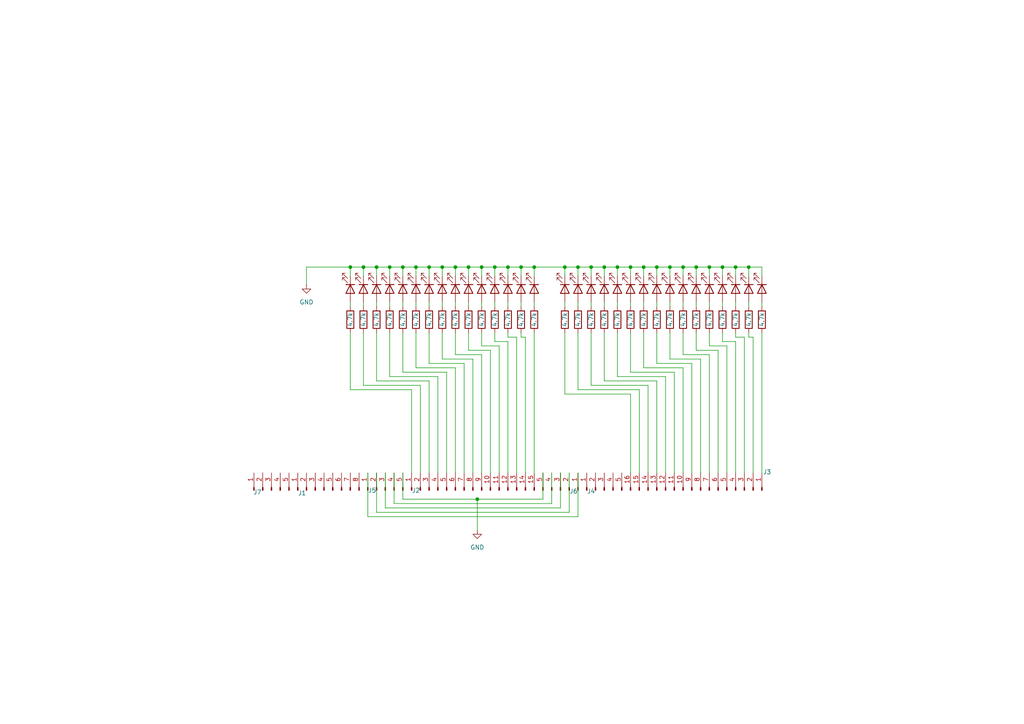
<source format=kicad_sch>
(kicad_sch (version 20250114) (generator "eeschema") (generator_version "9.0")
  (paper "A4")
  (lib_symbols
    (symbol "Connector:Conn_01x05_Pin" (pin_names (offset 1.016) (hide yes))
      (property "Reference" "J" (at 0 7.62 0))
      (property "Value" "Conn_01x05_Pin" (at 0 -7.62 0))
      (symbol "Conn_01x05_Pin_1_1"
        (rectangle (start 0.8636 5.207) (end 0 4.953) (stroke (width 0.1524)) (fill (type outline)))
        (rectangle (start 0.8636 2.667) (end 0 2.413) (stroke (width 0.1524)) (fill (type outline)))
        (rectangle (start 0.8636 0.127) (end 0 -0.127) (stroke (width 0.1524)) (fill (type outline)))
        (rectangle (start 0.8636 -2.413) (end 0 -2.667) (stroke (width 0.1524)) (fill (type outline)))
        (rectangle (start 0.8636 -4.953) (end 0 -5.207) (stroke (width 0.1524)) (fill (type outline)))
        (polyline (pts (xy 1.27 5.08) (xy 0.8636 5.08)) (stroke (width 0.1524)))
        (polyline (pts (xy 1.27 2.54) (xy 0.8636 2.54)) (stroke (width 0.1524)))
        (polyline (pts (xy 1.27 0) (xy 0.8636 0)) (stroke (width 0.1524)))
        (polyline (pts (xy 1.27 -2.54) (xy 0.8636 -2.54)) (stroke (width 0.1524)))
        (polyline (pts (xy 1.27 -5.08) (xy 0.8636 -5.08)) (stroke (width 0.1524)))
        (pin passive line (at 5.08 5.08 180) (length 3.81) (name "Pin_1") (number "1"))
        (pin passive line (at 5.08 2.54 180) (length 3.81) (name "Pin_2") (number "2"))
        (pin passive line (at 5.08 0 180) (length 3.81) (name "Pin_3") (number "3"))
        (pin passive line (at 5.08 -2.54 180) (length 3.81) (name "Pin_4") (number "4"))
        (pin passive line (at 5.08 -5.08 180) (length 3.81) (name "Pin_5") (number "5"))
      )
    )
    (symbol "Connector:Conn_01x08_Pin" (pin_names (offset 1.016) (hide yes))
      (property "Reference" "J" (at 0 10.16 0))
      (property "Value" "Conn_01x08_Pin" (at 0 -12.7 0))
      (symbol "Conn_01x08_Pin_1_1"
        (rectangle (start 0.8636 7.747) (end 0 7.493) (stroke (width 0.1524)) (fill (type outline)))
        (rectangle (start 0.8636 5.207) (end 0 4.953) (stroke (width 0.1524)) (fill (type outline)))
        (rectangle (start 0.8636 2.667) (end 0 2.413) (stroke (width 0.1524)) (fill (type outline)))
        (rectangle (start 0.8636 0.127) (end 0 -0.127) (stroke (width 0.1524)) (fill (type outline)))
        (rectangle (start 0.8636 -2.413) (end 0 -2.667) (stroke (width 0.1524)) (fill (type outline)))
        (rectangle (start 0.8636 -4.953) (end 0 -5.207) (stroke (width 0.1524)) (fill (type outline)))
        (rectangle (start 0.8636 -7.493) (end 0 -7.747) (stroke (width 0.1524)) (fill (type outline)))
        (rectangle (start 0.8636 -10.033) (end 0 -10.287) (stroke (width 0.1524)) (fill (type outline)))
        (polyline (pts (xy 1.27 7.62) (xy 0.8636 7.62)) (stroke (width 0.1524)))
        (polyline (pts (xy 1.27 5.08) (xy 0.8636 5.08)) (stroke (width 0.1524)))
        (polyline (pts (xy 1.27 2.54) (xy 0.8636 2.54)) (stroke (width 0.1524)))
        (polyline (pts (xy 1.27 0) (xy 0.8636 0)) (stroke (width 0.1524)))
        (polyline (pts (xy 1.27 -2.54) (xy 0.8636 -2.54)) (stroke (width 0.1524)))
        (polyline (pts (xy 1.27 -5.08) (xy 0.8636 -5.08)) (stroke (width 0.1524)))
        (polyline (pts (xy 1.27 -7.62) (xy 0.8636 -7.62)) (stroke (width 0.1524)))
        (polyline (pts (xy 1.27 -10.16) (xy 0.8636 -10.16)) (stroke (width 0.1524)))
        (pin passive line (at 5.08 7.62 180) (length 3.81) (name "Pin_1") (number "1"))
        (pin passive line (at 5.08 5.08 180) (length 3.81) (name "Pin_2") (number "2"))
        (pin passive line (at 5.08 2.54 180) (length 3.81) (name "Pin_3") (number "3"))
        (pin passive line (at 5.08 0 180) (length 3.81) (name "Pin_4") (number "4"))
        (pin passive line (at 5.08 -2.54 180) (length 3.81) (name "Pin_5") (number "5"))
        (pin passive line (at 5.08 -5.08 180) (length 3.81) (name "Pin_6") (number "6"))
        (pin passive line (at 5.08 -7.62 180) (length 3.81) (name "Pin_7") (number "7"))
        (pin passive line (at 5.08 -10.16 180) (length 3.81) (name "Pin_8") (number "8"))
      )
    )
    (symbol "Connector:Conn_01x15_Pin" (pin_names (offset 1.016) (hide yes))
      (property "Reference" "J" (at 0 20.32 0))
      (property "Value" "Conn_01x15_Pin" (at 0 -20.32 0))
      (symbol "Conn_01x15_Pin_1_1"
        (rectangle (start 0.8636 17.907) (end 0 17.653) (stroke (width 0.1524)) (fill (type outline)))
        (rectangle (start 0.8636 15.367) (end 0 15.113) (stroke (width 0.1524)) (fill (type outline)))
        (rectangle (start 0.8636 12.827) (end 0 12.573) (stroke (width 0.1524)) (fill (type outline)))
        (rectangle (start 0.8636 10.287) (end 0 10.033) (stroke (width 0.1524)) (fill (type outline)))
        (rectangle (start 0.8636 7.747) (end 0 7.493) (stroke (width 0.1524)) (fill (type outline)))
        (rectangle (start 0.8636 5.207) (end 0 4.953) (stroke (width 0.1524)) (fill (type outline)))
        (rectangle (start 0.8636 2.667) (end 0 2.413) (stroke (width 0.1524)) (fill (type outline)))
        (rectangle (start 0.8636 0.127) (end 0 -0.127) (stroke (width 0.1524)) (fill (type outline)))
        (rectangle (start 0.8636 -2.413) (end 0 -2.667) (stroke (width 0.1524)) (fill (type outline)))
        (rectangle (start 0.8636 -4.953) (end 0 -5.207) (stroke (width 0.1524)) (fill (type outline)))
        (rectangle (start 0.8636 -7.493) (end 0 -7.747) (stroke (width 0.1524)) (fill (type outline)))
        (rectangle (start 0.8636 -10.033) (end 0 -10.287) (stroke (width 0.1524)) (fill (type outline)))
        (rectangle (start 0.8636 -12.573) (end 0 -12.827) (stroke (width 0.1524)) (fill (type outline)))
        (rectangle (start 0.8636 -15.113) (end 0 -15.367) (stroke (width 0.1524)) (fill (type outline)))
        (rectangle (start 0.8636 -17.653) (end 0 -17.907) (stroke (width 0.1524)) (fill (type outline)))
        (polyline (pts (xy 1.27 17.78) (xy 0.8636 17.78)) (stroke (width 0.1524)))
        (polyline (pts (xy 1.27 15.24) (xy 0.8636 15.24)) (stroke (width 0.1524)))
        (polyline (pts (xy 1.27 12.7) (xy 0.8636 12.7)) (stroke (width 0.1524)))
        (polyline (pts (xy 1.27 10.16) (xy 0.8636 10.16)) (stroke (width 0.1524)))
        (polyline (pts (xy 1.27 7.62) (xy 0.8636 7.62)) (stroke (width 0.1524)))
        (polyline (pts (xy 1.27 5.08) (xy 0.8636 5.08)) (stroke (width 0.1524)))
        (polyline (pts (xy 1.27 2.54) (xy 0.8636 2.54)) (stroke (width 0.1524)))
        (polyline (pts (xy 1.27 0) (xy 0.8636 0)) (stroke (width 0.1524)))
        (polyline (pts (xy 1.27 -2.54) (xy 0.8636 -2.54)) (stroke (width 0.1524)))
        (polyline (pts (xy 1.27 -5.08) (xy 0.8636 -5.08)) (stroke (width 0.1524)))
        (polyline (pts (xy 1.27 -7.62) (xy 0.8636 -7.62)) (stroke (width 0.1524)))
        (polyline (pts (xy 1.27 -10.16) (xy 0.8636 -10.16)) (stroke (width 0.1524)))
        (polyline (pts (xy 1.27 -12.7) (xy 0.8636 -12.7)) (stroke (width 0.1524)))
        (polyline (pts (xy 1.27 -15.24) (xy 0.8636 -15.24)) (stroke (width 0.1524)))
        (polyline (pts (xy 1.27 -17.78) (xy 0.8636 -17.78)) (stroke (width 0.1524)))
        (pin passive line (at 5.08 17.78 180) (length 3.81) (name "Pin_1") (number "1"))
        (pin passive line (at 5.08 15.24 180) (length 3.81) (name "Pin_2") (number "2"))
        (pin passive line (at 5.08 12.7 180) (length 3.81) (name "Pin_3") (number "3"))
        (pin passive line (at 5.08 10.16 180) (length 3.81) (name "Pin_4") (number "4"))
        (pin passive line (at 5.08 7.62 180) (length 3.81) (name "Pin_5") (number "5"))
        (pin passive line (at 5.08 5.08 180) (length 3.81) (name "Pin_6") (number "6"))
        (pin passive line (at 5.08 2.54 180) (length 3.81) (name "Pin_7") (number "7"))
        (pin passive line (at 5.08 0 180) (length 3.81) (name "Pin_8") (number "8"))
        (pin passive line (at 5.08 -2.54 180) (length 3.81) (name "Pin_9") (number "9"))
        (pin passive line (at 5.08 -5.08 180) (length 3.81) (name "Pin_10") (number "10"))
        (pin passive line (at 5.08 -7.62 180) (length 3.81) (name "Pin_11") (number "11"))
        (pin passive line (at 5.08 -10.16 180) (length 3.81) (name "Pin_12") (number "12"))
        (pin passive line (at 5.08 -12.7 180) (length 3.81) (name "Pin_13") (number "13"))
        (pin passive line (at 5.08 -15.24 180) (length 3.81) (name "Pin_14") (number "14"))
        (pin passive line (at 5.08 -17.78 180) (length 3.81) (name "Pin_15") (number "15"))
      )
    )
    (symbol "Connector:Conn_01x16_Pin" (pin_names (offset 1.016) (hide yes))
      (property "Reference" "J" (at 0 20.32 0))
      (property "Value" "Conn_01x16_Pin" (at 0 -22.86 0))
      (symbol "Conn_01x16_Pin_1_1"
        (rectangle (start 0.8636 17.907) (end 0 17.653) (stroke (width 0.1524)) (fill (type outline)))
        (rectangle (start 0.8636 15.367) (end 0 15.113) (stroke (width 0.1524)) (fill (type outline)))
        (rectangle (start 0.8636 12.827) (end 0 12.573) (stroke (width 0.1524)) (fill (type outline)))
        (rectangle (start 0.8636 10.287) (end 0 10.033) (stroke (width 0.1524)) (fill (type outline)))
        (rectangle (start 0.8636 7.747) (end 0 7.493) (stroke (width 0.1524)) (fill (type outline)))
        (rectangle (start 0.8636 5.207) (end 0 4.953) (stroke (width 0.1524)) (fill (type outline)))
        (rectangle (start 0.8636 2.667) (end 0 2.413) (stroke (width 0.1524)) (fill (type outline)))
        (rectangle (start 0.8636 0.127) (end 0 -0.127) (stroke (width 0.1524)) (fill (type outline)))
        (rectangle (start 0.8636 -2.413) (end 0 -2.667) (stroke (width 0.1524)) (fill (type outline)))
        (rectangle (start 0.8636 -4.953) (end 0 -5.207) (stroke (width 0.1524)) (fill (type outline)))
        (rectangle (start 0.8636 -7.493) (end 0 -7.747) (stroke (width 0.1524)) (fill (type outline)))
        (rectangle (start 0.8636 -10.033) (end 0 -10.287) (stroke (width 0.1524)) (fill (type outline)))
        (rectangle (start 0.8636 -12.573) (end 0 -12.827) (stroke (width 0.1524)) (fill (type outline)))
        (rectangle (start 0.8636 -15.113) (end 0 -15.367) (stroke (width 0.1524)) (fill (type outline)))
        (rectangle (start 0.8636 -17.653) (end 0 -17.907) (stroke (width 0.1524)) (fill (type outline)))
        (rectangle (start 0.8636 -20.193) (end 0 -20.447) (stroke (width 0.1524)) (fill (type outline)))
        (polyline (pts (xy 1.27 17.78) (xy 0.8636 17.78)) (stroke (width 0.1524)))
        (polyline (pts (xy 1.27 15.24) (xy 0.8636 15.24)) (stroke (width 0.1524)))
        (polyline (pts (xy 1.27 12.7) (xy 0.8636 12.7)) (stroke (width 0.1524)))
        (polyline (pts (xy 1.27 10.16) (xy 0.8636 10.16)) (stroke (width 0.1524)))
        (polyline (pts (xy 1.27 7.62) (xy 0.8636 7.62)) (stroke (width 0.1524)))
        (polyline (pts (xy 1.27 5.08) (xy 0.8636 5.08)) (stroke (width 0.1524)))
        (polyline (pts (xy 1.27 2.54) (xy 0.8636 2.54)) (stroke (width 0.1524)))
        (polyline (pts (xy 1.27 0) (xy 0.8636 0)) (stroke (width 0.1524)))
        (polyline (pts (xy 1.27 -2.54) (xy 0.8636 -2.54)) (stroke (width 0.1524)))
        (polyline (pts (xy 1.27 -5.08) (xy 0.8636 -5.08)) (stroke (width 0.1524)))
        (polyline (pts (xy 1.27 -7.62) (xy 0.8636 -7.62)) (stroke (width 0.1524)))
        (polyline (pts (xy 1.27 -10.16) (xy 0.8636 -10.16)) (stroke (width 0.1524)))
        (polyline (pts (xy 1.27 -12.7) (xy 0.8636 -12.7)) (stroke (width 0.1524)))
        (polyline (pts (xy 1.27 -15.24) (xy 0.8636 -15.24)) (stroke (width 0.1524)))
        (polyline (pts (xy 1.27 -17.78) (xy 0.8636 -17.78)) (stroke (width 0.1524)))
        (polyline (pts (xy 1.27 -20.32) (xy 0.8636 -20.32)) (stroke (width 0.1524)))
        (pin passive line (at 5.08 17.78 180) (length 3.81) (name "Pin_1") (number "1"))
        (pin passive line (at 5.08 15.24 180) (length 3.81) (name "Pin_2") (number "2"))
        (pin passive line (at 5.08 12.7 180) (length 3.81) (name "Pin_3") (number "3"))
        (pin passive line (at 5.08 10.16 180) (length 3.81) (name "Pin_4") (number "4"))
        (pin passive line (at 5.08 7.62 180) (length 3.81) (name "Pin_5") (number "5"))
        (pin passive line (at 5.08 5.08 180) (length 3.81) (name "Pin_6") (number "6"))
        (pin passive line (at 5.08 2.54 180) (length 3.81) (name "Pin_7") (number "7"))
        (pin passive line (at 5.08 0 180) (length 3.81) (name "Pin_8") (number "8"))
        (pin passive line (at 5.08 -2.54 180) (length 3.81) (name "Pin_9") (number "9"))
        (pin passive line (at 5.08 -5.08 180) (length 3.81) (name "Pin_10") (number "10"))
        (pin passive line (at 5.08 -7.62 180) (length 3.81) (name "Pin_11") (number "11"))
        (pin passive line (at 5.08 -10.16 180) (length 3.81) (name "Pin_12") (number "12"))
        (pin passive line (at 5.08 -12.7 180) (length 3.81) (name "Pin_13") (number "13"))
        (pin passive line (at 5.08 -15.24 180) (length 3.81) (name "Pin_14") (number "14"))
        (pin passive line (at 5.08 -17.78 180) (length 3.81) (name "Pin_15") (number "15"))
        (pin passive line (at 5.08 -20.32 180) (length 3.81) (name "Pin_16") (number "16"))
      )
    )
    (symbol "Device:LED" (pin_numbers (hide yes)) (pin_names (offset 1.016) (hide yes))
      (property "Reference" "D" (at 0 2.54 0))
      (property "Value" "LED" (at 0 -2.54 0))
      (symbol "LED_0_1"
        (polyline (pts (xy -3.048 -0.762) (xy -4.572 -2.286) (xy -3.81 -2.286) (xy -4.572 -2.286) (xy -4.572 -1.524)))
        (polyline (pts (xy -1.778 -0.762) (xy -3.302 -2.286) (xy -2.54 -2.286) (xy -3.302 -2.286) (xy -3.302 -1.524)))
        (polyline (pts (xy -1.27 0) (xy 1.27 0)))
        (polyline (pts (xy -1.27 -1.27) (xy -1.27 1.27)) (stroke (width 0.254)))
        (polyline (pts (xy 1.27 -1.27) (xy 1.27 1.27) (xy -1.27 0) (xy 1.27 -1.27)) (stroke (width 0.254)))
      )
      (symbol "LED_1_1"
        (pin passive line (at -3.81 0 0) (length 2.54) (name "K") (number "1"))
        (pin passive line (at 3.81 0 180) (length 2.54) (name "A") (number "2"))
      )
    )
    (symbol "Device:R" (pin_numbers (hide yes)) (pin_names (offset 0))
      (property "Reference" "R" (at 2.032 0 90))
      (property "Value" "R" (at 0 0 90))
      (symbol "R_0_1"
        (rectangle (start -1.016 -2.54) (end 1.016 2.54) (stroke (width 0.254)))
      )
      (symbol "R_1_1"
        (pin passive line (at 0 3.81 270) (length 1.27) (name "~") (number "1"))
        (pin passive line (at 0 -3.81 90) (length 1.27) (name "~") (number "2"))
      )
    )
    (symbol "power:GND" (power) (pin_numbers (hide yes)) (pin_names (offset 0) (hide yes))
      (property "Value" "GND" (at 0 -3.81 0))
      (symbol "GND_0_1"
        (polyline (pts (xy 0 0) (xy 0 -1.27) (xy 1.27 -1.27) (xy 0 -2.54) (xy -1.27 -1.27) (xy 0 -1.27)))
      )
      (symbol "GND_1_1"
        (pin power_in line (at 0 0 270) (length 0) (name "~") (number "1"))
      )
    )
  )
  (junction (at 109.22 77.47))
  (junction (at 198.12 77.47))
  (junction (at 138.43 144.78))
  (junction (at 217.17 77.47))
  (junction (at 171.45 77.47))
  (junction (at 154.94 77.47))
  (junction (at 167.64 77.47))
  (junction (at 175.26 77.47))
  (junction (at 128.27 77.47))
  (junction (at 147.32 77.47))
  (junction (at 213.36 77.47))
  (junction (at 163.83 77.47))
  (junction (at 135.89 77.47))
  (junction (at 179.07 77.47))
  (junction (at 101.6 77.47))
  (junction (at 143.51 77.47))
  (junction (at 116.84 77.47))
  (junction (at 132.08 77.47))
  (junction (at 151.13 77.47))
  (junction (at 194.31 77.47))
  (junction (at 209.55 77.47))
  (junction (at 105.41 77.47))
  (junction (at 113.03 77.47))
  (junction (at 124.46 77.47))
  (junction (at 205.74 77.47))
  (junction (at 182.88 77.47))
  (junction (at 190.5 77.47))
  (junction (at 186.69 77.47))
  (junction (at 201.93 77.47))
  (junction (at 139.7 77.47))
  (junction (at 120.65 77.47))
  (wire (pts (xy 205.74 137.16) (xy 205.74 102.87)))
  (wire (pts (xy 135.89 77.47) (xy 132.08 77.47)))
  (wire (pts (xy 109.22 137.16) (xy 109.22 148.59)))
  (wire (pts (xy 213.36 77.47) (xy 213.36 80.01)))
  (wire (pts (xy 144.78 100.33) (xy 139.7 100.33)))
  (wire (pts (xy 109.22 148.59) (xy 165.1 148.59)))
  (wire (pts (xy 101.6 77.47) (xy 101.6 80.01)))
  (wire (pts (xy 167.64 77.47) (xy 163.83 77.47)))
  (wire (pts (xy 217.17 77.47) (xy 213.36 77.47)))
  (wire (pts (xy 105.41 96.52) (xy 105.41 111.76)))
  (wire (pts (xy 151.13 97.79) (xy 151.13 96.52)))
  (wire (pts (xy 142.24 101.6) (xy 142.24 137.16)))
  (wire (pts (xy 198.12 102.87) (xy 198.12 96.52)))
  (wire (pts (xy 193.04 137.16) (xy 193.04 109.22)))
  (wire (pts (xy 143.51 77.47) (xy 143.51 80.01)))
  (wire (pts (xy 135.89 101.6) (xy 142.24 101.6)))
  (wire (pts (xy 134.62 105.41) (xy 124.46 105.41)))
  (wire (pts (xy 124.46 87.63) (xy 124.46 88.9)))
  (wire (pts (xy 213.36 97.79) (xy 213.36 96.52)))
  (wire (pts (xy 120.65 106.68) (xy 132.08 106.68)))
  (wire (pts (xy 119.38 137.16) (xy 119.38 113.03)))
  (wire (pts (xy 201.93 87.63) (xy 201.93 88.9)))
  (wire (pts (xy 88.9 77.47) (xy 101.6 77.47)))
  (wire (pts (xy 163.83 87.63) (xy 163.83 88.9)))
  (wire (pts (xy 101.6 87.63) (xy 101.6 88.9)))
  (wire (pts (xy 175.26 77.47) (xy 175.26 80.01)))
  (wire (pts (xy 120.65 77.47) (xy 120.65 80.01)))
  (wire (pts (xy 147.32 77.47) (xy 143.51 77.47)))
  (wire (pts (xy 147.32 87.63) (xy 147.32 88.9)))
  (wire (pts (xy 135.89 77.47) (xy 135.89 80.01)))
  (wire (pts (xy 171.45 77.47) (xy 167.64 77.47)))
  (wire (pts (xy 179.07 87.63) (xy 179.07 88.9)))
  (wire (pts (xy 175.26 87.63) (xy 175.26 88.9)))
  (wire (pts (xy 147.32 77.47) (xy 147.32 80.01)))
  (wire (pts (xy 209.55 99.06) (xy 213.36 99.06)))
  (wire (pts (xy 139.7 87.63) (xy 139.7 88.9)))
  (wire (pts (xy 182.88 107.95) (xy 195.58 107.95)))
  (wire (pts (xy 198.12 77.47) (xy 198.12 80.01)))
  (wire (pts (xy 198.12 106.68) (xy 198.12 137.16)))
  (wire (pts (xy 190.5 87.63) (xy 190.5 88.9)))
  (wire (pts (xy 194.31 96.52) (xy 194.31 104.14)))
  (wire (pts (xy 217.17 97.79) (xy 218.44 97.79)))
  (wire (pts (xy 208.28 101.6) (xy 208.28 137.16)))
  (wire (pts (xy 167.64 87.63) (xy 167.64 88.9)))
  (wire (pts (xy 132.08 87.63) (xy 132.08 88.9)))
  (wire (pts (xy 194.31 77.47) (xy 194.31 80.01)))
  (wire (pts (xy 213.36 87.63) (xy 213.36 88.9)))
  (wire (pts (xy 215.9 137.16) (xy 215.9 97.79)))
  (wire (pts (xy 198.12 87.63) (xy 198.12 88.9)))
  (wire (pts (xy 113.03 87.63) (xy 113.03 88.9)))
  (wire (pts (xy 147.32 137.16) (xy 147.32 99.06)))
  (wire (pts (xy 132.08 77.47) (xy 128.27 77.47)))
  (wire (pts (xy 149.86 97.79) (xy 149.86 137.16)))
  (wire (pts (xy 111.76 137.16) (xy 111.76 147.32)))
  (wire (pts (xy 124.46 77.47) (xy 120.65 77.47)))
  (wire (pts (xy 209.55 77.47) (xy 209.55 80.01)))
  (wire (pts (xy 163.83 77.47) (xy 163.83 80.01)))
  (wire (pts (xy 116.84 77.47) (xy 113.03 77.47)))
  (wire (pts (xy 167.64 113.03) (xy 185.42 113.03)))
  (wire (pts (xy 121.92 111.76) (xy 121.92 137.16)))
  (wire (pts (xy 205.74 102.87) (xy 198.12 102.87)))
  (wire (pts (xy 213.36 77.47) (xy 209.55 77.47)))
  (wire (pts (xy 151.13 87.63) (xy 151.13 88.9)))
  (wire (pts (xy 124.46 137.16) (xy 124.46 110.49)))
  (wire (pts (xy 113.03 109.22) (xy 127 109.22)))
  (wire (pts (xy 160.02 137.16) (xy 160.02 146.05)))
  (wire (pts (xy 138.43 144.78) (xy 157.48 144.78)))
  (wire (pts (xy 154.94 77.47) (xy 151.13 77.47)))
  (wire (pts (xy 209.55 77.47) (xy 205.74 77.47)))
  (wire (pts (xy 217.17 87.63) (xy 217.17 88.9)))
  (wire (pts (xy 190.5 110.49) (xy 190.5 137.16)))
  (wire (pts (xy 218.44 97.79) (xy 218.44 137.16)))
  (wire (pts (xy 186.69 77.47) (xy 182.88 77.47)))
  (wire (pts (xy 116.84 77.47) (xy 116.84 80.01)))
  (wire (pts (xy 205.74 77.47) (xy 201.93 77.47)))
  (wire (pts (xy 139.7 137.16) (xy 139.7 102.87)))
  (wire (pts (xy 151.13 77.47) (xy 151.13 80.01)))
  (wire (pts (xy 195.58 107.95) (xy 195.58 137.16)))
  (wire (pts (xy 120.65 77.47) (xy 116.84 77.47)))
  (wire (pts (xy 120.65 87.63) (xy 120.65 88.9)))
  (wire (pts (xy 113.03 77.47) (xy 113.03 80.01)))
  (wire (pts (xy 135.89 96.52) (xy 135.89 101.6)))
  (wire (pts (xy 147.32 96.52) (xy 147.32 97.79)))
  (wire (pts (xy 193.04 109.22) (xy 179.07 109.22)))
  (wire (pts (xy 143.51 99.06) (xy 143.51 96.52)))
  (wire (pts (xy 182.88 137.16) (xy 182.88 114.3)))
  (wire (pts (xy 137.16 104.14) (xy 137.16 137.16)))
  (wire (pts (xy 220.98 80.01) (xy 220.98 77.47)))
  (wire (pts (xy 152.4 97.79) (xy 151.13 97.79)))
  (wire (pts (xy 220.98 137.16) (xy 220.98 96.52)))
  (wire (pts (xy 143.51 87.63) (xy 143.51 88.9)))
  (wire (pts (xy 217.17 96.52) (xy 217.17 97.79)))
  (wire (pts (xy 182.88 87.63) (xy 182.88 88.9)))
  (wire (pts (xy 109.22 87.63) (xy 109.22 88.9)))
  (wire (pts (xy 165.1 148.59) (xy 165.1 137.16)))
  (wire (pts (xy 139.7 102.87) (xy 132.08 102.87)))
  (wire (pts (xy 179.07 77.47) (xy 175.26 77.47)))
  (wire (pts (xy 209.55 87.63) (xy 209.55 88.9)))
  (wire (pts (xy 205.74 100.33) (xy 205.74 96.52)))
  (wire (pts (xy 151.13 77.47) (xy 147.32 77.47)))
  (wire (pts (xy 210.82 100.33) (xy 205.74 100.33)))
  (wire (pts (xy 101.6 113.03) (xy 101.6 96.52)))
  (wire (pts (xy 119.38 113.03) (xy 101.6 113.03)))
  (wire (pts (xy 190.5 77.47) (xy 190.5 80.01)))
  (wire (pts (xy 200.66 105.41) (xy 190.5 105.41)))
  (wire (pts (xy 182.88 77.47) (xy 179.07 77.47)))
  (wire (pts (xy 127 109.22) (xy 127 137.16)))
  (wire (pts (xy 116.84 87.63) (xy 116.84 88.9)))
  (wire (pts (xy 128.27 96.52) (xy 128.27 104.14)))
  (wire (pts (xy 186.69 77.47) (xy 186.69 80.01)))
  (wire (pts (xy 182.88 77.47) (xy 182.88 80.01)))
  (wire (pts (xy 116.84 137.16) (xy 116.84 144.78)))
  (wire (pts (xy 217.17 77.47) (xy 217.17 80.01)))
  (wire (pts (xy 132.08 102.87) (xy 132.08 96.52)))
  (wire (pts (xy 160.02 146.05) (xy 114.3 146.05)))
  (wire (pts (xy 171.45 87.63) (xy 171.45 88.9)))
  (wire (pts (xy 134.62 137.16) (xy 134.62 105.41)))
  (wire (pts (xy 116.84 107.95) (xy 116.84 96.52)))
  (wire (pts (xy 114.3 146.05) (xy 114.3 137.16)))
  (wire (pts (xy 124.46 77.47) (xy 124.46 80.01)))
  (wire (pts (xy 163.83 114.3) (xy 163.83 96.52)))
  (wire (pts (xy 154.94 77.47) (xy 163.83 77.47)))
  (wire (pts (xy 113.03 77.47) (xy 109.22 77.47)))
  (wire (pts (xy 171.45 77.47) (xy 171.45 80.01)))
  (wire (pts (xy 124.46 105.41) (xy 124.46 96.52)))
  (wire (pts (xy 185.42 113.03) (xy 185.42 137.16)))
  (wire (pts (xy 179.07 77.47) (xy 179.07 80.01)))
  (wire (pts (xy 147.32 97.79) (xy 149.86 97.79)))
  (wire (pts (xy 128.27 77.47) (xy 128.27 80.01)))
  (wire (pts (xy 143.51 77.47) (xy 139.7 77.47)))
  (wire (pts (xy 167.64 96.52) (xy 167.64 113.03)))
  (wire (pts (xy 105.41 87.63) (xy 105.41 88.9)))
  (wire (pts (xy 129.54 137.16) (xy 129.54 107.95)))
  (wire (pts (xy 186.69 106.68) (xy 198.12 106.68)))
  (wire (pts (xy 175.26 77.47) (xy 171.45 77.47)))
  (wire (pts (xy 111.76 147.32) (xy 162.56 147.32)))
  (wire (pts (xy 88.9 82.55) (xy 88.9 77.47)))
  (wire (pts (xy 109.22 77.47) (xy 109.22 80.01)))
  (wire (pts (xy 154.94 87.63) (xy 154.94 88.9)))
  (wire (pts (xy 210.82 137.16) (xy 210.82 100.33)))
  (wire (pts (xy 144.78 137.16) (xy 144.78 100.33)))
  (wire (pts (xy 220.98 87.63) (xy 220.98 88.9)))
  (wire (pts (xy 209.55 96.52) (xy 209.55 99.06)))
  (wire (pts (xy 171.45 111.76) (xy 171.45 96.52)))
  (wire (pts (xy 190.5 105.41) (xy 190.5 96.52)))
  (wire (pts (xy 215.9 97.79) (xy 213.36 97.79)))
  (wire (pts (xy 198.12 77.47) (xy 194.31 77.47)))
  (wire (pts (xy 201.93 77.47) (xy 198.12 77.47)))
  (wire (pts (xy 187.96 137.16) (xy 187.96 111.76)))
  (wire (pts (xy 106.68 137.16) (xy 106.68 149.86)))
  (wire (pts (xy 201.93 77.47) (xy 201.93 80.01)))
  (wire (pts (xy 186.69 96.52) (xy 186.69 106.68)))
  (wire (pts (xy 152.4 137.16) (xy 152.4 97.79)))
  (wire (pts (xy 105.41 77.47) (xy 105.41 80.01)))
  (wire (pts (xy 201.93 101.6) (xy 208.28 101.6)))
  (wire (pts (xy 128.27 104.14) (xy 137.16 104.14)))
  (wire (pts (xy 167.64 149.86) (xy 167.64 137.16)))
  (wire (pts (xy 194.31 87.63) (xy 194.31 88.9)))
  (wire (pts (xy 205.74 77.47) (xy 205.74 80.01)))
  (wire (pts (xy 105.41 111.76) (xy 121.92 111.76)))
  (wire (pts (xy 220.98 77.47) (xy 217.17 77.47)))
  (wire (pts (xy 154.94 137.16) (xy 154.94 96.52)))
  (wire (pts (xy 182.88 114.3) (xy 163.83 114.3)))
  (wire (pts (xy 120.65 96.52) (xy 120.65 106.68)))
  (wire (pts (xy 128.27 77.47) (xy 124.46 77.47)))
  (wire (pts (xy 113.03 96.52) (xy 113.03 109.22)))
  (wire (pts (xy 139.7 100.33) (xy 139.7 96.52)))
  (wire (pts (xy 194.31 104.14) (xy 203.2 104.14)))
  (wire (pts (xy 116.84 144.78) (xy 138.43 144.78)))
  (wire (pts (xy 147.32 99.06) (xy 143.51 99.06)))
  (wire (pts (xy 105.41 77.47) (xy 101.6 77.47)))
  (wire (pts (xy 132.08 77.47) (xy 132.08 80.01)))
  (wire (pts (xy 182.88 96.52) (xy 182.88 107.95)))
  (wire (pts (xy 187.96 111.76) (xy 171.45 111.76)))
  (wire (pts (xy 162.56 147.32) (xy 162.56 137.16)))
  (wire (pts (xy 157.48 144.78) (xy 157.48 137.16)))
  (wire (pts (xy 132.08 106.68) (xy 132.08 137.16)))
  (wire (pts (xy 109.22 110.49) (xy 109.22 96.52)))
  (wire (pts (xy 175.26 110.49) (xy 190.5 110.49)))
  (wire (pts (xy 175.26 96.52) (xy 175.26 110.49)))
  (wire (pts (xy 154.94 77.47) (xy 154.94 80.01)))
  (wire (pts (xy 203.2 104.14) (xy 203.2 137.16)))
  (wire (pts (xy 109.22 77.47) (xy 105.41 77.47)))
  (wire (pts (xy 128.27 87.63) (xy 128.27 88.9)))
  (wire (pts (xy 190.5 77.47) (xy 186.69 77.47)))
  (wire (pts (xy 135.89 87.63) (xy 135.89 88.9)))
  (wire (pts (xy 179.07 109.22) (xy 179.07 96.52)))
  (wire (pts (xy 186.69 87.63) (xy 186.69 88.9)))
  (wire (pts (xy 124.46 110.49) (xy 109.22 110.49)))
  (wire (pts (xy 200.66 137.16) (xy 200.66 105.41)))
  (wire (pts (xy 201.93 96.52) (xy 201.93 101.6)))
  (wire (pts (xy 139.7 77.47) (xy 135.89 77.47)))
  (wire (pts (xy 194.31 77.47) (xy 190.5 77.47)))
  (wire (pts (xy 139.7 77.47) (xy 139.7 80.01)))
  (wire (pts (xy 167.64 77.47) (xy 167.64 80.01)))
  (wire (pts (xy 205.74 87.63) (xy 205.74 88.9)))
  (wire (pts (xy 138.43 144.78) (xy 138.43 153.67)))
  (wire (pts (xy 129.54 107.95) (xy 116.84 107.95)))
  (wire (pts (xy 106.68 149.86) (xy 167.64 149.86)))
  (wire (pts (xy 213.36 99.06) (xy 213.36 137.16)))
  (symbol (lib_id "Device:R") (at 154.94 92.71 180) (unit 1)
    (property "Reference" "R26" (effects (hide yes)))
    (property "Value" "4.7k" (at 154.94 92.71 90))
    (property "Footprint" "Resistor_THT:R_Axial_DIN0207_L6.3mm_D2.5mm_P10.16mm_Horizontal" (effects (hide yes)))
    (property "Description" "Resistor" (effects (hide yes)))
  )
  (symbol (lib_id "Connector:Conn_01x15_Pin") (at 137.16 142.24 90) (unit 1)
    (property "Reference" "J2" (at 120.65 142.24 90))
    (property "Value" "Conn_01x15_Pin" (effects (hide yes)))
    (property "Footprint" "Connector_PinHeader_2.54mm:PinHeader_1x15_P2.54mm_Vertical" (effects (hide yes)))
    (property "Description" "Generic connector, single row, 01x15, script generated" (effects (hide yes)))
  )
  (symbol (lib_id "Device:LED") (at 171.45 83.82 270) (unit 1)
    (property "Reference" "D11" (effects (hide yes)))
    (property "Value" "LED" (effects (hide yes)))
    (property "Footprint" "LED_THT:LED_D5.0mm" (effects (hide yes)))
    (property "Description" "Light emitting diode" (effects (hide yes)))
    (property "Sim.Pins" "1=K 2=A" (effects (hide yes)))
  )
  (symbol (lib_id "Device:R") (at 179.07 92.71 180) (unit 1)
    (property "Reference" "R21" (effects (hide yes)))
    (property "Value" "4.7k" (at 179.07 92.71 90))
    (property "Footprint" "Resistor_THT:R_Axial_DIN0207_L6.3mm_D2.5mm_P10.16mm_Horizontal" (effects (hide yes)))
    (property "Description" "Resistor" (effects (hide yes)))
  )
  (symbol (lib_id "Device:LED") (at 179.07 83.82 270) (unit 1)
    (property "Reference" "D13" (effects (hide yes)))
    (property "Value" "LED" (effects (hide yes)))
    (property "Footprint" "LED_THT:LED_D5.0mm" (effects (hide yes)))
    (property "Description" "Light emitting diode" (effects (hide yes)))
    (property "Sim.Pins" "1=K 2=A" (effects (hide yes)))
  )
  (symbol (lib_id "Device:LED") (at 220.98 83.82 270) (unit 1)
    (property "Reference" "D1" (effects (hide yes)))
    (property "Value" "LED" (effects (hide yes)))
    (property "Footprint" "LED_THT:LED_D5.0mm" (effects (hide yes)))
    (property "Description" "Light emitting diode" (effects (hide yes)))
    (property "Sim.Pins" "1=K 2=A" (effects (hide yes)))
  )
  (symbol (lib_id "Device:LED") (at 154.94 83.82 270) (unit 1)
    (property "Reference" "D32" (effects (hide yes)))
    (property "Value" "LED" (effects (hide yes)))
    (property "Footprint" "LED_THT:LED_D5.0mm" (effects (hide yes)))
    (property "Description" "Light emitting diode" (effects (hide yes)))
    (property "Sim.Pins" "1=K 2=A" (effects (hide yes)))
  )
  (symbol (lib_id "Connector:Conn_01x05_Pin") (at 175.26 142.24 90) (unit 1)
    (property "Reference" "J4" (at 171.45 142.494 90))
    (property "Value" "Conn_01x05_Pin" (effects (hide yes)))
    (property "Footprint" "Connector_PinHeader_2.54mm:PinHeader_1x05_P2.54mm_Vertical" (effects (hide yes)))
    (property "Description" "Generic connector, single row, 01x05, script generated" (effects (hide yes)))
  )
  (symbol (lib_id "Connector:Conn_01x16_Pin") (at 203.2 142.24 270) (mirror x) (unit 1)
    (property "Reference" "J3" (at 222.504 136.906 90))
    (property "Value" "Conn_01x16_Pin" (effects (hide yes)))
    (property "Footprint" "Connector_PinHeader_2.54mm:PinHeader_1x16_P2.54mm_Vertical" (effects (hide yes)))
    (property "Description" "Generic connector, single row, 01x16, script generated" (effects (hide yes)))
  )
  (symbol (lib_id "Device:R") (at 163.83 92.71 180) (unit 1)
    (property "Reference" "R27" (effects (hide yes)))
    (property "Value" "4.7k" (at 163.83 92.71 90))
    (property "Footprint" "Resistor_THT:R_Axial_DIN0207_L6.3mm_D2.5mm_P10.16mm_Horizontal" (effects (hide yes)))
    (property "Description" "Resistor" (effects (hide yes)))
  )
  (symbol (lib_id "Device:R") (at 209.55 92.71 180) (unit 1)
    (property "Reference" "R11" (effects (hide yes)))
    (property "Value" "4.7k" (at 209.55 92.71 90))
    (property "Footprint" "Resistor_THT:R_Axial_DIN0207_L6.3mm_D2.5mm_P10.16mm_Horizontal" (effects (hide yes)))
    (property "Description" "Resistor" (effects (hide yes)))
  )
  (symbol (lib_id "Device:R") (at 151.13 92.71 180) (unit 1)
    (property "Reference" "R25" (effects (hide yes)))
    (property "Value" "4.7k" (at 151.13 92.71 90))
    (property "Footprint" "Resistor_THT:R_Axial_DIN0207_L6.3mm_D2.5mm_P10.16mm_Horizontal" (effects (hide yes)))
    (property "Description" "Resistor" (effects (hide yes)))
  )
  (symbol (lib_id "Device:R") (at 143.51 92.71 180) (unit 1)
    (property "Reference" "R23" (effects (hide yes)))
    (property "Value" "4.7k" (at 143.51 92.71 90))
    (property "Footprint" "Resistor_THT:R_Axial_DIN0207_L6.3mm_D2.5mm_P10.16mm_Horizontal" (effects (hide yes)))
    (property "Description" "Resistor" (effects (hide yes)))
  )
  (symbol (lib_id "Device:R") (at 116.84 92.71 180) (unit 1)
    (property "Reference" "R33" (effects (hide yes)))
    (property "Value" "4.7k" (at 116.84 92.71 90))
    (property "Footprint" "Resistor_THT:R_Axial_DIN0207_L6.3mm_D2.5mm_P10.16mm_Horizontal" (effects (hide yes)))
    (property "Description" "Resistor" (effects (hide yes)))
  )
  (symbol (lib_id "Device:LED") (at 217.17 83.82 270) (unit 1)
    (property "Reference" "D2" (effects (hide yes)))
    (property "Value" "LED" (effects (hide yes)))
    (property "Footprint" "LED_THT:LED_D5.0mm" (effects (hide yes)))
    (property "Description" "Light emitting diode" (effects (hide yes)))
    (property "Sim.Pins" "1=K 2=A" (effects (hide yes)))
  )
  (symbol (lib_id "Device:LED") (at 175.26 83.82 270) (unit 1)
    (property "Reference" "D12" (effects (hide yes)))
    (property "Value" "LED" (effects (hide yes)))
    (property "Footprint" "LED_THT:LED_D5.0mm" (effects (hide yes)))
    (property "Description" "Light emitting diode" (effects (hide yes)))
    (property "Sim.Pins" "1=K 2=A" (effects (hide yes)))
  )
  (symbol (lib_id "power:GND") (at 138.43 153.67 0) (unit 1)
    (property "Reference" "#PWR02" (effects (hide yes)))
    (property "Value" "GND" (at 138.43 158.75 0))
    (property "Description" "Power symbol creates a global label with name \"GND\" , ground" (effects (hide yes)))
  )
  (symbol (lib_id "Device:R") (at 201.93 92.71 180) (unit 1)
    (property "Reference" "R17" (effects (hide yes)))
    (property "Value" "4.7k" (at 201.93 92.71 90))
    (property "Footprint" "Resistor_THT:R_Axial_DIN0207_L6.3mm_D2.5mm_P10.16mm_Horizontal" (effects (hide yes)))
    (property "Description" "Resistor" (effects (hide yes)))
  )
  (symbol (lib_id "Device:R") (at 175.26 92.71 180) (unit 1)
    (property "Reference" "R20" (effects (hide yes)))
    (property "Value" "4.7k" (at 175.26 92.71 90))
    (property "Footprint" "Resistor_THT:R_Axial_DIN0207_L6.3mm_D2.5mm_P10.16mm_Horizontal" (effects (hide yes)))
    (property "Description" "Resistor" (effects (hide yes)))
  )
  (symbol (lib_id "Device:R") (at 194.31 92.71 180) (unit 1)
    (property "Reference" "R15" (effects (hide yes)))
    (property "Value" "4.7k" (at 194.31 92.71 90))
    (property "Footprint" "Resistor_THT:R_Axial_DIN0207_L6.3mm_D2.5mm_P10.16mm_Horizontal" (effects (hide yes)))
    (property "Description" "Resistor" (effects (hide yes)))
  )
  (symbol (lib_id "Connector:Conn_01x05_Pin") (at 111.76 142.24 90) (unit 1)
    (property "Reference" "J5" (at 107.95 142.24 90))
    (property "Value" "Conn_01x05_Pin" (effects (hide yes)))
    (property "Footprint" "Connector_PinHeader_2.54mm:PinHeader_1x05_P2.54mm_Vertical" (effects (hide yes)))
    (property "Description" "Generic connector, single row, 01x05, script generated" (effects (hide yes)))
  )
  (symbol (lib_id "Device:R") (at 113.03 92.71 180) (unit 1)
    (property "Reference" "R32" (effects (hide yes)))
    (property "Value" "4.7k" (at 113.03 92.71 90))
    (property "Footprint" "Resistor_THT:R_Axial_DIN0207_L6.3mm_D2.5mm_P10.16mm_Horizontal" (effects (hide yes)))
    (property "Description" "Resistor" (effects (hide yes)))
  )
  (symbol (lib_id "Device:LED") (at 113.03 83.82 270) (unit 1)
    (property "Reference" "D21" (effects (hide yes)))
    (property "Value" "LED" (effects (hide yes)))
    (property "Footprint" "LED_THT:LED_D5.0mm" (effects (hide yes)))
    (property "Description" "Light emitting diode" (effects (hide yes)))
    (property "Sim.Pins" "1=K 2=A" (effects (hide yes)))
  )
  (symbol (lib_id "Device:LED") (at 105.41 83.82 270) (unit 1)
    (property "Reference" "D19" (effects (hide yes)))
    (property "Value" "LED" (effects (hide yes)))
    (property "Footprint" "LED_THT:LED_D5.0mm" (effects (hide yes)))
    (property "Description" "Light emitting diode" (effects (hide yes)))
    (property "Sim.Pins" "1=K 2=A" (effects (hide yes)))
  )
  (symbol (lib_id "Device:LED") (at 186.69 83.82 270) (unit 1)
    (property "Reference" "D15" (effects (hide yes)))
    (property "Value" "LED" (effects (hide yes)))
    (property "Footprint" "LED_THT:LED_D5.0mm" (effects (hide yes)))
    (property "Description" "Light emitting diode" (effects (hide yes)))
    (property "Sim.Pins" "1=K 2=A" (effects (hide yes)))
  )
  (symbol (lib_id "Connector:Conn_01x08_Pin") (at 93.98 142.24 90) (unit 1)
    (property "Reference" "J1" (at 87.63 143.002 90))
    (property "Value" "Conn_01x08_Pin" (effects (hide yes)))
    (property "Footprint" "Connector_PinHeader_2.54mm:PinHeader_1x08_P2.54mm_Vertical" (effects (hide yes)))
    (property "Description" "Generic connector, single row, 01x08, script generated" (effects (hide yes)))
  )
  (symbol (lib_id "Device:LED") (at 198.12 83.82 270) (unit 1)
    (property "Reference" "D8" (effects (hide yes)))
    (property "Value" "LED" (effects (hide yes)))
    (property "Footprint" "LED_THT:LED_D5.0mm" (effects (hide yes)))
    (property "Description" "Light emitting diode" (effects (hide yes)))
    (property "Sim.Pins" "1=K 2=A" (effects (hide yes)))
  )
  (symbol (lib_id "Device:R") (at 186.69 92.71 180) (unit 1)
    (property "Reference" "R13" (effects (hide yes)))
    (property "Value" "4.7k" (at 186.69 92.71 90))
    (property "Footprint" "Resistor_THT:R_Axial_DIN0207_L6.3mm_D2.5mm_P10.16mm_Horizontal" (effects (hide yes)))
    (property "Description" "Resistor" (effects (hide yes)))
  )
  (symbol (lib_id "Device:LED") (at 209.55 83.82 270) (unit 1)
    (property "Reference" "D3" (effects (hide yes)))
    (property "Value" "LED" (effects (hide yes)))
    (property "Footprint" "LED_THT:LED_D5.0mm" (effects (hide yes)))
    (property "Description" "Light emitting diode" (effects (hide yes)))
    (property "Sim.Pins" "1=K 2=A" (effects (hide yes)))
  )
  (symbol (lib_id "Device:LED") (at 167.64 83.82 270) (unit 1)
    (property "Reference" "D10" (effects (hide yes)))
    (property "Value" "LED" (effects (hide yes)))
    (property "Footprint" "LED_THT:LED_D5.0mm" (effects (hide yes)))
    (property "Description" "Light emitting diode" (effects (hide yes)))
    (property "Sim.Pins" "1=K 2=A" (effects (hide yes)))
  )
  (symbol (lib_id "Device:R") (at 171.45 92.71 180) (unit 1)
    (property "Reference" "R19" (effects (hide yes)))
    (property "Value" "4.7k" (at 171.45 92.71 90))
    (property "Footprint" "Resistor_THT:R_Axial_DIN0207_L6.3mm_D2.5mm_P10.16mm_Horizontal" (effects (hide yes)))
    (property "Description" "Resistor" (effects (hide yes)))
  )
  (symbol (lib_id "Device:R") (at 128.27 92.71 180) (unit 1)
    (property "Reference" "R28" (effects (hide yes)))
    (property "Value" "4.7k" (at 128.27 92.71 90))
    (property "Footprint" "Resistor_THT:R_Axial_DIN0207_L6.3mm_D2.5mm_P10.16mm_Horizontal" (effects (hide yes)))
    (property "Description" "Resistor" (effects (hide yes)))
  )
  (symbol (lib_id "Device:R") (at 182.88 92.71 180) (unit 1)
    (property "Reference" "R22" (effects (hide yes)))
    (property "Value" "4.7k" (at 182.88 92.71 90))
    (property "Footprint" "Resistor_THT:R_Axial_DIN0207_L6.3mm_D2.5mm_P10.16mm_Horizontal" (effects (hide yes)))
    (property "Description" "Resistor" (effects (hide yes)))
  )
  (symbol (lib_id "Device:R") (at 217.17 92.71 180) (unit 1)
    (property "Reference" "R9" (effects (hide yes)))
    (property "Value" "4.7k" (at 217.17 92.71 90))
    (property "Footprint" "Resistor_THT:R_Axial_DIN0207_L6.3mm_D2.5mm_P10.16mm_Horizontal" (effects (hide yes)))
    (property "Description" "Resistor" (effects (hide yes)))
  )
  (symbol (lib_id "Device:R") (at 205.74 92.71 180) (unit 1)
    (property "Reference" "R12" (effects (hide yes)))
    (property "Value" "4.7k" (at 205.74 92.71 90))
    (property "Footprint" "Resistor_THT:R_Axial_DIN0207_L6.3mm_D2.5mm_P10.16mm_Horizontal" (effects (hide yes)))
    (property "Description" "Resistor" (effects (hide yes)))
  )
  (symbol (lib_id "Device:LED") (at 135.89 83.82 270) (unit 1)
    (property "Reference" "D27" (effects (hide yes)))
    (property "Value" "LED" (effects (hide yes)))
    (property "Footprint" "LED_THT:LED_D5.0mm" (effects (hide yes)))
    (property "Description" "Light emitting diode" (effects (hide yes)))
    (property "Sim.Pins" "1=K 2=A" (effects (hide yes)))
  )
  (symbol (lib_id "Device:LED") (at 213.36 83.82 270) (unit 1)
    (property "Reference" "D4" (effects (hide yes)))
    (property "Value" "LED" (effects (hide yes)))
    (property "Footprint" "LED_THT:LED_D5.0mm" (effects (hide yes)))
    (property "Description" "Light emitting diode" (effects (hide yes)))
    (property "Sim.Pins" "1=K 2=A" (effects (hide yes)))
  )
  (symbol (lib_id "Device:LED") (at 182.88 83.82 270) (unit 1)
    (property "Reference" "D14" (effects (hide yes)))
    (property "Value" "LED" (effects (hide yes)))
    (property "Footprint" "LED_THT:LED_D5.0mm" (effects (hide yes)))
    (property "Description" "Light emitting diode" (effects (hide yes)))
    (property "Sim.Pins" "1=K 2=A" (effects (hide yes)))
  )
  (symbol (lib_id "Device:R") (at 109.22 92.71 180) (unit 1)
    (property "Reference" "R39" (effects (hide yes)))
    (property "Value" "4.7k" (at 109.22 92.71 90))
    (property "Footprint" "Resistor_THT:R_Axial_DIN0207_L6.3mm_D2.5mm_P10.16mm_Horizontal" (effects (hide yes)))
    (property "Description" "Resistor" (effects (hide yes)))
  )
  (symbol (lib_id "Device:R") (at 124.46 92.71 180) (unit 1)
    (property "Reference" "R35" (effects (hide yes)))
    (property "Value" "4.7k" (at 124.46 92.71 90))
    (property "Footprint" "Resistor_THT:R_Axial_DIN0207_L6.3mm_D2.5mm_P10.16mm_Horizontal" (effects (hide yes)))
    (property "Description" "Resistor" (effects (hide yes)))
  )
  (symbol (lib_id "Device:LED") (at 128.27 83.82 270) (unit 1)
    (property "Reference" "D25" (effects (hide yes)))
    (property "Value" "LED" (effects (hide yes)))
    (property "Footprint" "LED_THT:LED_D5.0mm" (effects (hide yes)))
    (property "Description" "Light emitting diode" (effects (hide yes)))
    (property "Sim.Pins" "1=K 2=A" (effects (hide yes)))
  )
  (symbol (lib_id "Device:LED") (at 201.93 83.82 270) (unit 1)
    (property "Reference" "D5" (effects (hide yes)))
    (property "Value" "LED" (effects (hide yes)))
    (property "Footprint" "LED_THT:LED_D5.0mm" (effects (hide yes)))
    (property "Description" "Light emitting diode" (effects (hide yes)))
    (property "Sim.Pins" "1=K 2=A" (effects (hide yes)))
  )
  (symbol (lib_id "Device:LED") (at 116.84 83.82 270) (unit 1)
    (property "Reference" "D22" (effects (hide yes)))
    (property "Value" "LED" (effects (hide yes)))
    (property "Footprint" "LED_THT:LED_D5.0mm" (effects (hide yes)))
    (property "Description" "Light emitting diode" (effects (hide yes)))
    (property "Sim.Pins" "1=K 2=A" (effects (hide yes)))
  )
  (symbol (lib_id "Device:LED") (at 190.5 83.82 270) (unit 1)
    (property "Reference" "D16" (effects (hide yes)))
    (property "Value" "LED" (effects (hide yes)))
    (property "Footprint" "LED_THT:LED_D5.0mm" (effects (hide yes)))
    (property "Description" "Light emitting diode" (effects (hide yes)))
    (property "Sim.Pins" "1=K 2=A" (effects (hide yes)))
  )
  (symbol (lib_id "Device:LED") (at 163.83 83.82 270) (unit 1)
    (property "Reference" "D9" (effects (hide yes)))
    (property "Value" "LED" (effects (hide yes)))
    (property "Footprint" "LED_THT:LED_D5.0mm" (effects (hide yes)))
    (property "Description" "Light emitting diode" (effects (hide yes)))
    (property "Sim.Pins" "1=K 2=A" (effects (hide yes)))
  )
  (symbol (lib_id "Device:R") (at 147.32 92.71 180) (unit 1)
    (property "Reference" "R24" (effects (hide yes)))
    (property "Value" "4.7k" (at 147.32 92.71 90))
    (property "Footprint" "Resistor_THT:R_Axial_DIN0207_L6.3mm_D2.5mm_P10.16mm_Horizontal" (effects (hide yes)))
    (property "Description" "Resistor" (effects (hide yes)))
  )
  (symbol (lib_id "Device:LED") (at 120.65 83.82 270) (unit 1)
    (property "Reference" "D23" (effects (hide yes)))
    (property "Value" "LED" (effects (hide yes)))
    (property "Footprint" "LED_THT:LED_D5.0mm" (effects (hide yes)))
    (property "Description" "Light emitting diode" (effects (hide yes)))
    (property "Sim.Pins" "1=K 2=A" (effects (hide yes)))
  )
  (symbol (lib_id "Device:R") (at 190.5 92.71 180) (unit 1)
    (property "Reference" "R14" (effects (hide yes)))
    (property "Value" "4.7k" (at 190.5 92.71 90))
    (property "Footprint" "Resistor_THT:R_Axial_DIN0207_L6.3mm_D2.5mm_P10.16mm_Horizontal" (effects (hide yes)))
    (property "Description" "Resistor" (effects (hide yes)))
  )
  (symbol (lib_id "Connector:Conn_01x05_Pin") (at 162.56 142.24 270) (mirror x) (unit 1)
    (property "Reference" "J6" (at 166.37 142.494 90))
    (property "Value" "Conn_01x05_Pin" (effects (hide yes)))
    (property "Footprint" "Connector_PinHeader_2.54mm:PinHeader_1x05_P2.54mm_Vertical" (effects (hide yes)))
    (property "Description" "Generic connector, single row, 01x05, script generated" (effects (hide yes)))
  )
  (symbol (lib_id "Device:R") (at 135.89 92.71 180) (unit 1)
    (property "Reference" "R30" (effects (hide yes)))
    (property "Value" "4.7k" (at 135.89 92.71 90))
    (property "Footprint" "Resistor_THT:R_Axial_DIN0207_L6.3mm_D2.5mm_P10.16mm_Horizontal" (effects (hide yes)))
    (property "Description" "Resistor" (effects (hide yes)))
  )
  (symbol (lib_id "Device:R") (at 132.08 92.71 180) (unit 1)
    (property "Reference" "R29" (effects (hide yes)))
    (property "Value" "4.7k" (at 132.08 92.71 90))
    (property "Footprint" "Resistor_THT:R_Axial_DIN0207_L6.3mm_D2.5mm_P10.16mm_Horizontal" (effects (hide yes)))
    (property "Description" "Resistor" (effects (hide yes)))
  )
  (symbol (lib_id "Device:R") (at 101.6 92.71 180) (unit 1)
    (property "Reference" "R37" (effects (hide yes)))
    (property "Value" "4.7k" (at 101.6 92.71 90))
    (property "Footprint" "Resistor_THT:R_Axial_DIN0207_L6.3mm_D2.5mm_P10.16mm_Horizontal" (effects (hide yes)))
    (property "Description" "Resistor" (effects (hide yes)))
  )
  (symbol (lib_id "Device:LED") (at 205.74 83.82 270) (unit 1)
    (property "Reference" "D6" (effects (hide yes)))
    (property "Value" "LED" (effects (hide yes)))
    (property "Footprint" "LED_THT:LED_D5.0mm" (effects (hide yes)))
    (property "Description" "Light emitting diode" (effects (hide yes)))
    (property "Sim.Pins" "1=K 2=A" (effects (hide yes)))
  )
  (symbol (lib_id "Device:LED") (at 194.31 83.82 270) (unit 1)
    (property "Reference" "D7" (effects (hide yes)))
    (property "Value" "LED" (effects (hide yes)))
    (property "Footprint" "LED_THT:LED_D5.0mm" (effects (hide yes)))
    (property "Description" "Light emitting diode" (effects (hide yes)))
    (property "Sim.Pins" "1=K 2=A" (effects (hide yes)))
  )
  (symbol (lib_id "Device:LED") (at 139.7 83.82 270) (unit 1)
    (property "Reference" "D28" (effects (hide yes)))
    (property "Value" "LED" (effects (hide yes)))
    (property "Footprint" "LED_THT:LED_D5.0mm" (effects (hide yes)))
    (property "Description" "Light emitting diode" (effects (hide yes)))
    (property "Sim.Pins" "1=K 2=A" (effects (hide yes)))
  )
  (symbol (lib_id "Device:R") (at 220.98 92.71 180) (unit 1)
    (property "Reference" "R8" (effects (hide yes)))
    (property "Value" "4.7k" (at 220.98 92.71 90))
    (property "Footprint" "Resistor_THT:R_Axial_DIN0207_L6.3mm_D2.5mm_P10.16mm_Horizontal" (effects (hide yes)))
    (property "Description" "Resistor" (effects (hide yes)))
  )
  (symbol (lib_id "Device:LED") (at 147.32 83.82 270) (unit 1)
    (property "Reference" "D30" (effects (hide yes)))
    (property "Value" "LED" (effects (hide yes)))
    (property "Footprint" "LED_THT:LED_D5.0mm" (effects (hide yes)))
    (property "Description" "Light emitting diode" (effects (hide yes)))
    (property "Sim.Pins" "1=K 2=A" (effects (hide yes)))
  )
  (symbol (lib_id "Device:R") (at 139.7 92.71 180) (unit 1)
    (property "Reference" "R31" (effects (hide yes)))
    (property "Value" "4.7k" (at 139.7 92.71 90))
    (property "Footprint" "Resistor_THT:R_Axial_DIN0207_L6.3mm_D2.5mm_P10.16mm_Horizontal" (effects (hide yes)))
    (property "Description" "Resistor" (effects (hide yes)))
  )
  (symbol (lib_id "Device:LED") (at 109.22 83.82 270) (unit 1)
    (property "Reference" "D20" (effects (hide yes)))
    (property "Value" "LED" (effects (hide yes)))
    (property "Footprint" "LED_THT:LED_D5.0mm" (effects (hide yes)))
    (property "Description" "Light emitting diode" (effects (hide yes)))
    (property "Sim.Pins" "1=K 2=A" (effects (hide yes)))
  )
  (symbol (lib_id "Device:R") (at 167.64 92.71 180) (unit 1)
    (property "Reference" "R18" (effects (hide yes)))
    (property "Value" "4.7k" (at 167.64 92.71 90))
    (property "Footprint" "Resistor_THT:R_Axial_DIN0207_L6.3mm_D2.5mm_P10.16mm_Horizontal" (effects (hide yes)))
    (property "Description" "Resistor" (effects (hide yes)))
  )
  (symbol (lib_id "power:GND") (at 88.9 82.55 0) (unit 1)
    (property "Reference" "#PWR01" (effects (hide yes)))
    (property "Value" "GND" (at 88.9 87.63 0))
    (property "Description" "Power symbol creates a global label with name \"GND\" , ground" (effects (hide yes)))
  )
  (symbol (lib_id "Device:LED") (at 132.08 83.82 270) (unit 1)
    (property "Reference" "D26" (effects (hide yes)))
    (property "Value" "LED" (effects (hide yes)))
    (property "Footprint" "LED_THT:LED_D5.0mm" (effects (hide yes)))
    (property "Description" "Light emitting diode" (effects (hide yes)))
    (property "Sim.Pins" "1=K 2=A" (effects (hide yes)))
  )
  (symbol (lib_id "Connector:Conn_01x05_Pin") (at 78.74 142.24 90) (unit 1)
    (property "Reference" "J7" (at 74.676 142.748 90))
    (property "Value" "Conn_01x05_Pin" (effects (hide yes)))
    (property "Footprint" "Connector_PinHeader_2.54mm:PinHeader_1x05_P2.54mm_Vertical" (effects (hide yes)))
    (property "Description" "Generic connector, single row, 01x05, script generated" (effects (hide yes)))
  )
  (symbol (lib_id "Device:LED") (at 143.51 83.82 270) (unit 1)
    (property "Reference" "D29" (effects (hide yes)))
    (property "Value" "LED" (effects (hide yes)))
    (property "Footprint" "LED_THT:LED_D5.0mm" (effects (hide yes)))
    (property "Description" "Light emitting diode" (effects (hide yes)))
    (property "Sim.Pins" "1=K 2=A" (effects (hide yes)))
  )
  (symbol (lib_id "Device:R") (at 213.36 92.71 180) (unit 1)
    (property "Reference" "R10" (effects (hide yes)))
    (property "Value" "4.7k" (at 213.36 92.71 90))
    (property "Footprint" "Resistor_THT:R_Axial_DIN0207_L6.3mm_D2.5mm_P10.16mm_Horizontal" (effects (hide yes)))
    (property "Description" "Resistor" (effects (hide yes)))
  )
  (symbol (lib_id "Device:R") (at 105.41 92.71 180) (unit 1)
    (property "Reference" "R38" (effects (hide yes)))
    (property "Value" "4.7k" (at 105.41 92.71 90))
    (property "Footprint" "Resistor_THT:R_Axial_DIN0207_L6.3mm_D2.5mm_P10.16mm_Horizontal" (effects (hide yes)))
    (property "Description" "Resistor" (effects (hide yes)))
  )
  (symbol (lib_id "Device:LED") (at 101.6 83.82 270) (unit 1)
    (property "Reference" "D18" (effects (hide yes)))
    (property "Value" "LED" (effects (hide yes)))
    (property "Footprint" "LED_THT:LED_D5.0mm" (effects (hide yes)))
    (property "Description" "Light emitting diode" (effects (hide yes)))
    (property "Sim.Pins" "1=K 2=A" (effects (hide yes)))
  )
  (symbol (lib_id "Device:LED") (at 151.13 83.82 270) (unit 1)
    (property "Reference" "D31" (effects (hide yes)))
    (property "Value" "LED" (effects (hide yes)))
    (property "Footprint" "LED_THT:LED_D5.0mm" (effects (hide yes)))
    (property "Description" "Light emitting diode" (effects (hide yes)))
    (property "Sim.Pins" "1=K 2=A" (effects (hide yes)))
  )
  (symbol (lib_id "Device:R") (at 120.65 92.71 180) (unit 1)
    (property "Reference" "R34" (effects (hide yes)))
    (property "Value" "4.7k" (at 120.65 92.71 90))
    (property "Footprint" "Resistor_THT:R_Axial_DIN0207_L6.3mm_D2.5mm_P10.16mm_Horizontal" (effects (hide yes)))
    (property "Description" "Resistor" (effects (hide yes)))
  )
  (symbol (lib_id "Device:R") (at 198.12 92.71 180) (unit 1)
    (property "Reference" "R16" (effects (hide yes)))
    (property "Value" "4.7k" (at 198.12 92.71 90))
    (property "Footprint" "Resistor_THT:R_Axial_DIN0207_L6.3mm_D2.5mm_P10.16mm_Horizontal" (effects (hide yes)))
    (property "Description" "Resistor" (effects (hide yes)))
  )
  (symbol (lib_id "Device:LED") (at 124.46 83.82 270) (unit 1)
    (property "Reference" "D24" (effects (hide yes)))
    (property "Value" "LED" (effects (hide yes)))
    (property "Footprint" "LED_THT:LED_D5.0mm" (effects (hide yes)))
    (property "Description" "Light emitting diode" (effects (hide yes)))
    (property "Sim.Pins" "1=K 2=A" (effects (hide yes)))
  )
)
</source>
